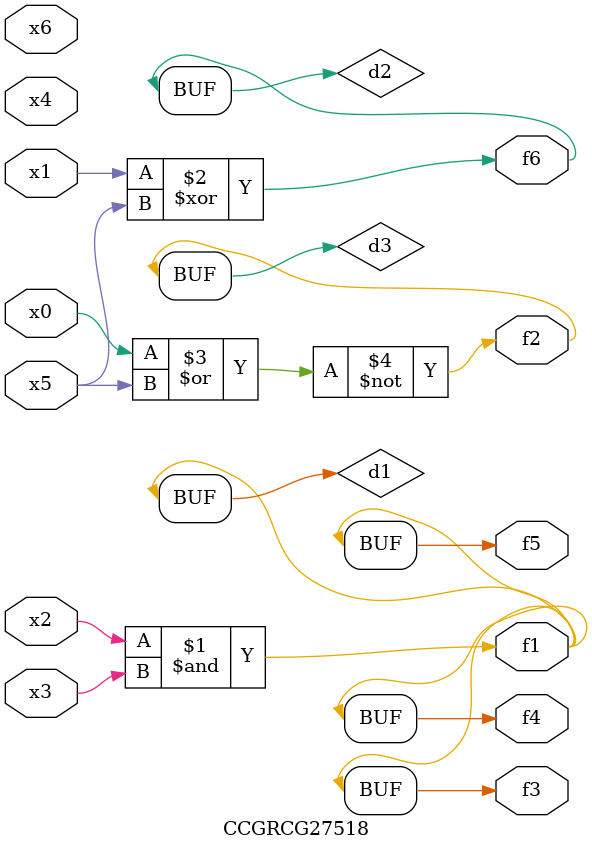
<source format=v>
module CCGRCG27518(
	input x0, x1, x2, x3, x4, x5, x6,
	output f1, f2, f3, f4, f5, f6
);

	wire d1, d2, d3;

	and (d1, x2, x3);
	xor (d2, x1, x5);
	nor (d3, x0, x5);
	assign f1 = d1;
	assign f2 = d3;
	assign f3 = d1;
	assign f4 = d1;
	assign f5 = d1;
	assign f6 = d2;
endmodule

</source>
